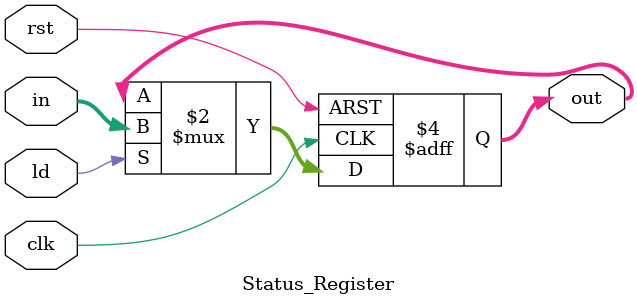
<source format=v>
module Status_Register(clk, rst, ld, in, out);
    input clk;
    input rst;
    input ld;
    input [3:0] in;
    output reg [3:0] out;
    always@(posedge clk, posedge rst) 
	begin
		if (rst) 
            out <= 0;
		else 
        if (ld) 
            out <= in;
	end
endmodule
</source>
